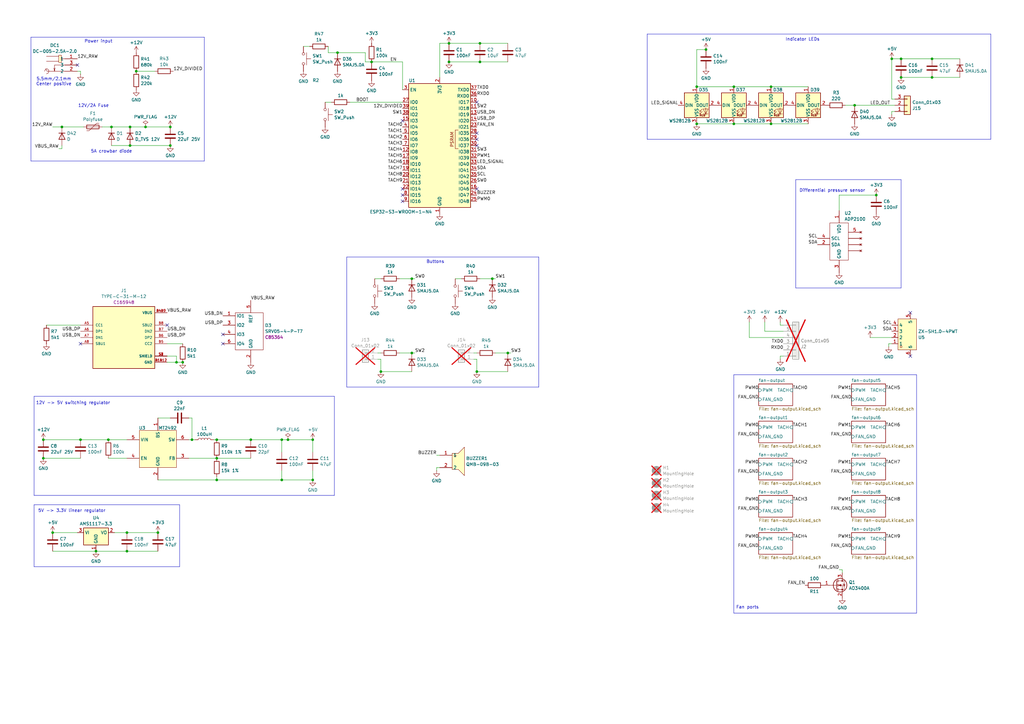
<source format=kicad_sch>
(kicad_sch (version 20231120) (generator "eeschema") (generator_version "8.0")
  (paper "A3")
  (junction (at 365.76 24.13))
  (junction (at 64.77 218.44))
  (junction (at 382.27 31.75))
  (junction (at 156.21 152.4))
  (junction (at 17.78 187.96))
  (junction (at 115.57 180.34))
  (junction (at 168.91 144.78))
  (junction (at 285.75 50.8))
  (junction (at 289.56 20.32))
  (junction (at 184.15 17.78))
  (junction (at 118.11 180.34))
  (junction (at 45.72 52.07))
  (junction (at 88.9 180.34))
  (junction (at 53.34 52.07))
  (junction (at 39.37 226.06))
  (junction (at 53.34 59.69))
  (junction (at 21.59 218.44))
  (junction (at 168.91 114.3))
  (junction (at 359.41 80.01))
  (junction (at 88.9 187.96))
  (junction (at 17.78 180.34))
  (junction (at 138.43 21.59))
  (junction (at 74.93 148.59))
  (junction (at 195.58 152.4))
  (junction (at 316.23 50.8))
  (junction (at 52.07 226.06))
  (junction (at 59.69 52.07))
  (junction (at 25.4 52.07))
  (junction (at 128.27 196.85))
  (junction (at 300.99 50.8))
  (junction (at 369.57 24.13))
  (junction (at 115.57 196.85))
  (junction (at 72.39 148.59))
  (junction (at 52.07 218.44))
  (junction (at 78.74 180.34))
  (junction (at 44.45 180.34))
  (junction (at 102.87 180.34))
  (junction (at 369.57 31.75))
  (junction (at 316.23 35.56))
  (junction (at 184.15 25.4))
  (junction (at 285.75 35.56))
  (junction (at 69.85 52.07))
  (junction (at 33.02 180.34))
  (junction (at 196.85 17.78))
  (junction (at 350.52 43.18))
  (junction (at 69.85 59.69))
  (junction (at 300.99 35.56))
  (junction (at 208.28 144.78))
  (junction (at 201.93 114.3))
  (junction (at 196.85 25.4))
  (junction (at 55.88 29.21))
  (junction (at 88.9 196.85))
  (junction (at 382.27 24.13))
  (junction (at 152.4 25.4))
  (junction (at 128.27 180.34))
  (no_connect (at 165.1 77.47))
  (no_connect (at 373.38 128.27))
  (no_connect (at 195.58 57.15))
  (no_connect (at 31.75 26.67))
  (no_connect (at 195.58 59.69))
  (no_connect (at 68.58 133.35))
  (no_connect (at 91.44 140.97))
  (no_connect (at 165.1 82.55))
  (no_connect (at 33.02 140.97))
  (no_connect (at 195.58 77.47))
  (no_connect (at 165.1 80.01))
  (no_connect (at 195.58 41.91))
  (no_connect (at 373.38 146.05))
  (no_connect (at 91.44 137.16))
  (no_connect (at 195.58 54.61))
  (no_connect (at 165.1 49.53))
  (wire (pts (xy 33.02 30.48) (xy 33.02 29.21)))
  (wire (pts (xy 33.02 180.34) (xy 44.45 180.34)))
  (wire (pts (xy 78.74 180.34) (xy 80.01 180.34)))
  (wire (pts (xy 156.21 152.4) (xy 156.21 147.32)))
  (wire (pts (xy 365.76 40.64) (xy 367.03 40.64)))
  (polyline (pts (xy 73.66 207.01) (xy 73.66 232.41)))
  (wire (pts (xy 195.58 147.32) (xy 194.31 147.32)))
  (wire (pts (xy 102.87 180.34) (xy 115.57 180.34)))
  (polyline (pts (xy 406.4 13.97) (xy 406.4 57.15)))
  (wire (pts (xy 21.59 226.06) (xy 39.37 226.06)))
  (wire (pts (xy 21.59 218.44) (xy 31.75 218.44)))
  (wire (pts (xy 364.49 140.97) (xy 365.76 140.97)))
  (wire (pts (xy 77.47 187.96) (xy 88.9 187.96)))
  (wire (pts (xy 344.17 233.68) (xy 345.44 233.68)))
  (wire (pts (xy 289.56 20.32) (xy 285.75 20.32)))
  (wire (pts (xy 77.47 171.45) (xy 78.74 171.45)))
  (wire (pts (xy 196.85 114.3) (xy 201.93 114.3)))
  (wire (pts (xy 300.99 50.8) (xy 316.23 50.8)))
  (wire (pts (xy 115.57 193.04) (xy 115.57 196.85)))
  (wire (pts (xy 17.78 180.34) (xy 33.02 180.34)))
  (wire (pts (xy 156.21 147.32) (xy 154.94 147.32)))
  (wire (pts (xy 138.43 21.59) (xy 149.86 21.59)))
  (wire (pts (xy 195.58 152.4) (xy 195.58 147.32)))
  (wire (pts (xy 209.55 144.78) (xy 208.28 144.78)))
  (wire (pts (xy 25.4 52.07) (xy 34.29 52.07)))
  (polyline (pts (xy 13.97 162.56) (xy 137.16 162.56)))
  (wire (pts (xy 300.99 35.56) (xy 316.23 35.56)))
  (wire (pts (xy 17.78 187.96) (xy 33.02 187.96)))
  (wire (pts (xy 170.18 144.78) (xy 168.91 144.78)))
  (wire (pts (xy 285.75 35.56) (xy 300.99 35.56)))
  (wire (pts (xy 186.69 114.3) (xy 189.23 114.3)))
  (wire (pts (xy 344.17 80.01) (xy 344.17 86.36)))
  (wire (pts (xy 64.77 196.85) (xy 88.9 196.85)))
  (wire (pts (xy 78.74 171.45) (xy 78.74 180.34)))
  (wire (pts (xy 321.31 138.43) (xy 307.34 138.43)))
  (polyline (pts (xy 83.82 15.24) (xy 83.82 66.04)))
  (polyline (pts (xy 142.24 105.41) (xy 142.24 158.75)))
  (polyline (pts (xy 369.57 73.66) (xy 369.57 118.11)))
  (wire (pts (xy 115.57 180.34) (xy 115.57 185.42)))
  (polyline (pts (xy 265.43 13.97) (xy 406.4 13.97)))
  (wire (pts (xy 163.83 144.78) (xy 168.91 144.78)))
  (wire (pts (xy 163.83 114.3) (xy 168.91 114.3)))
  (polyline (pts (xy 12.7 15.24) (xy 12.7 66.04)))
  (wire (pts (xy 365.76 45.72) (xy 367.03 45.72)))
  (wire (pts (xy 69.85 52.07) (xy 59.69 52.07)))
  (polyline (pts (xy 137.16 162.56) (xy 137.16 203.2)))
  (wire (pts (xy 285.75 20.32) (xy 285.75 35.56)))
  (polyline (pts (xy 326.39 73.66) (xy 326.39 118.11)))
  (wire (pts (xy 364.49 142.24) (xy 364.49 140.97)))
  (wire (pts (xy 45.72 59.69) (xy 53.34 59.69)))
  (wire (pts (xy 179.07 193.04) (xy 179.07 191.77)))
  (wire (pts (xy 350.52 43.18) (xy 367.03 43.18)))
  (polyline (pts (xy 13.97 207.01) (xy 73.66 207.01)))
  (polyline (pts (xy 12.7 15.24) (xy 83.82 15.24)))
  (wire (pts (xy 369.57 24.13) (xy 382.27 24.13)))
  (wire (pts (xy 180.34 17.78) (xy 180.34 31.75)))
  (wire (pts (xy 321.31 146.05) (xy 320.04 146.05)))
  (wire (pts (xy 59.69 52.07) (xy 53.34 52.07)))
  (wire (pts (xy 68.58 148.59) (xy 72.39 148.59)))
  (wire (pts (xy 320.04 133.35) (xy 321.31 133.35)))
  (wire (pts (xy 320.04 146.05) (xy 320.04 147.32)))
  (wire (pts (xy 39.37 226.06) (xy 52.07 226.06)))
  (polyline (pts (xy 326.39 73.66) (xy 369.57 73.66)))
  (wire (pts (xy 44.45 180.34) (xy 52.07 180.34)))
  (wire (pts (xy 72.39 148.59) (xy 74.93 148.59)))
  (wire (pts (xy 184.15 17.78) (xy 180.34 17.78)))
  (wire (pts (xy 68.58 140.97) (xy 74.93 140.97)))
  (polyline (pts (xy 220.98 105.41) (xy 220.98 158.75)))
  (wire (pts (xy 179.07 186.69) (xy 180.34 186.69)))
  (wire (pts (xy 72.39 146.05) (xy 72.39 148.59)))
  (wire (pts (xy 44.45 187.96) (xy 52.07 187.96)))
  (wire (pts (xy 134.62 21.59) (xy 134.62 19.05)))
  (wire (pts (xy 316.23 35.56) (xy 331.47 35.56)))
  (polyline (pts (xy 265.43 13.97) (xy 265.43 57.15)))
  (polyline (pts (xy 300.99 251.46) (xy 375.92 251.46)))
  (wire (pts (xy 313.69 135.89) (xy 321.31 135.89)))
  (wire (pts (xy 359.41 80.01) (xy 344.17 80.01)))
  (wire (pts (xy 143.51 41.91) (xy 165.1 41.91)))
  (wire (pts (xy 138.43 21.59) (xy 134.62 21.59)))
  (wire (pts (xy 55.88 29.21) (xy 63.5 29.21)))
  (wire (pts (xy 365.76 24.13) (xy 365.76 40.64)))
  (wire (pts (xy 170.18 114.3) (xy 168.91 114.3)))
  (wire (pts (xy 195.58 152.4) (xy 208.28 152.4)))
  (wire (pts (xy 88.9 187.96) (xy 102.87 187.96)))
  (wire (pts (xy 153.67 114.3) (xy 156.21 114.3)))
  (polyline (pts (xy 73.66 232.41) (xy 13.97 232.41)))
  (wire (pts (xy 316.23 50.8) (xy 331.47 50.8)))
  (wire (pts (xy 133.35 41.91) (xy 135.89 41.91)))
  (wire (pts (xy 64.77 171.45) (xy 69.85 171.45)))
  (wire (pts (xy 165.1 25.4) (xy 165.1 36.83)))
  (wire (pts (xy 46.99 218.44) (xy 52.07 218.44)))
  (wire (pts (xy 184.15 17.78) (xy 196.85 17.78)))
  (wire (pts (xy 345.44 233.68) (xy 345.44 234.95)))
  (wire (pts (xy 356.87 138.43) (xy 365.76 138.43)))
  (wire (pts (xy 149.86 25.4) (xy 152.4 25.4)))
  (wire (pts (xy 307.34 138.43) (xy 307.34 132.08)))
  (wire (pts (xy 320.04 132.08) (xy 320.04 133.35)))
  (polyline (pts (xy 406.4 57.15) (xy 265.43 57.15)))
  (polyline (pts (xy 375.92 251.46) (xy 375.92 153.67)))
  (wire (pts (xy 156.21 152.4) (xy 168.91 152.4)))
  (wire (pts (xy 285.75 50.8) (xy 300.99 50.8)))
  (wire (pts (xy 128.27 196.85) (xy 128.27 193.04)))
  (wire (pts (xy 369.57 31.75) (xy 382.27 31.75)))
  (wire (pts (xy 115.57 196.85) (xy 128.27 196.85)))
  (wire (pts (xy 19.05 133.35) (xy 33.02 133.35)))
  (wire (pts (xy 41.91 52.07) (xy 45.72 52.07)))
  (wire (pts (xy 25.4 60.96) (xy 25.4 59.69)))
  (wire (pts (xy 53.34 59.69) (xy 69.85 59.69)))
  (wire (pts (xy 313.69 132.08) (xy 313.69 135.89)))
  (wire (pts (xy 201.93 114.3) (xy 203.2 114.3)))
  (wire (pts (xy 152.4 25.4) (xy 165.1 25.4)))
  (wire (pts (xy 194.31 144.78) (xy 195.58 144.78)))
  (wire (pts (xy 52.07 226.06) (xy 64.77 226.06)))
  (wire (pts (xy 124.46 19.05) (xy 127 19.05)))
  (wire (pts (xy 382.27 24.13) (xy 393.7 24.13)))
  (polyline (pts (xy 137.16 203.2) (xy 13.97 203.2)))
  (wire (pts (xy 52.07 218.44) (xy 64.77 218.44)))
  (wire (pts (xy 21.59 52.07) (xy 25.4 52.07)))
  (wire (pts (xy 203.2 144.78) (xy 208.28 144.78)))
  (wire (pts (xy 24.13 60.96) (xy 25.4 60.96)))
  (wire (pts (xy 115.57 180.34) (xy 118.11 180.34)))
  (wire (pts (xy 184.15 25.4) (xy 196.85 25.4)))
  (wire (pts (xy 196.85 25.4) (xy 208.28 25.4)))
  (wire (pts (xy 365.76 24.13) (xy 369.57 24.13)))
  (wire (pts (xy 128.27 180.34) (xy 128.27 185.42)))
  (wire (pts (xy 77.47 180.34) (xy 78.74 180.34)))
  (polyline (pts (xy 369.57 118.11) (xy 326.39 118.11)))
  (wire (pts (xy 365.76 46.99) (xy 365.76 45.72)))
  (wire (pts (xy 196.85 17.78) (xy 208.28 17.78)))
  (polyline (pts (xy 375.92 153.67) (xy 300.99 153.67)))
  (wire (pts (xy 346.71 43.18) (xy 350.52 43.18)))
  (wire (pts (xy 87.63 180.34) (xy 88.9 180.34)))
  (wire (pts (xy 115.57 196.85) (xy 88.9 196.85)))
  (polyline (pts (xy 300.99 153.67) (xy 300.99 251.46)))
  (wire (pts (xy 118.11 180.34) (xy 128.27 180.34)))
  (polyline (pts (xy 220.98 158.75) (xy 142.24 158.75)))
  (wire (pts (xy 45.72 52.07) (xy 53.34 52.07)))
  (polyline (pts (xy 83.82 66.04) (xy 12.7 66.04)))
  (wire (pts (xy 154.94 144.78) (xy 156.21 144.78)))
  (wire (pts (xy 149.86 21.59) (xy 149.86 25.4)))
  (polyline (pts (xy 142.24 105.41) (xy 220.98 105.41)))
  (wire (pts (xy 382.27 31.75) (xy 393.7 31.75)))
  (polyline (pts (xy 13.97 207.01) (xy 13.97 232.41)))
  (polyline (pts (xy 13.97 162.56) (xy 13.97 203.2)))
  (wire (pts (xy 68.58 146.05) (xy 72.39 146.05)))
  (wire (pts (xy 33.02 29.21) (xy 31.75 29.21)))
  (wire (pts (xy 88.9 195.58) (xy 88.9 196.85)))
  (wire (pts (xy 88.9 180.34) (xy 102.87 180.34)))
  (wire (pts (xy 179.07 191.77) (xy 180.34 191.77)))
  (text "Power input" (at 40.386 17.018 0) (effects (font (size 1.27 1.27))))
  (text "Fan ports" (at 306.578 249.174 0) (effects (font (size 1.27 1.27))))
  (text "5.5mm/2.1mm\nCenter positive" (at 22.098 33.528 0) (effects (font (size 1.27 1.27))))
  (text "Differential pressure sensor" (at 341.376 78.232 0) (effects (font (size 1.27 1.27))))
  (text "5V -> 3.3V linear regulator" (at 29.464 209.55 0) (effects (font (size 1.27 1.27))))
  (text "12V -> 5V switching regulator" (at 29.972 165.354 0) (effects (font (size 1.27 1.27))))
  (text "5A crowbar diode" (at 45.7104 62.166 0) (effects (font (size 1.27 1.27))))
  (text "12V/2A Fuse" (at 38.354 43.434 0) (effects (font (size 1.27 1.27))))
  (text "Indicator LEDs" (at 329.184 16.256 0) (effects (font (size 1.27 1.27))))
  (text "Buttons" (at 178.562 107.442 0) (effects (font (size 1.27 1.27))))
  (label "TACH0" (at 325.12 160.02 0))
  (label "VBUS_RAW" (at 24.13 60.96 180))
  (label "TACH0" (at 165.1 52.07 180))
  (label "FAN_GND" (at 311.15 163.83 180))
  (label "SW1" (at 165.1 46.99 180))
  (label "TACH3" (at 165.1 59.69 180))
  (label "PWM0" (at 311.15 175.26 180))
  (label "PWM0" (at 311.15 220.98 180))
  (label "SW3" (at 209.55 144.78 0))
  (label "SDA" (at 195.58 69.85 0))
  (label "SCL" (at 195.58 72.39 0))
  (label "LED_SIGNAL" (at 195.58 67.31 0))
  (label "EN" (at 160.02 25.4 0))
  (label "USB_DN" (at 33.02 138.43 180))
  (label "FAN_GND" (at 311.15 179.07 180))
  (label "USB_DN" (at 91.44 129.54 180))
  (label "FAN_GND" (at 311.15 194.31 180))
  (label "TXD0" (at 195.58 36.83 0))
  (label "TACH6" (at 363.22 175.26 0))
  (label "TACH9" (at 363.22 220.98 0))
  (label "FAN_EN" (at 195.58 52.07 0))
  (label "TACH5" (at 165.1 64.77 180))
  (label "TACH2" (at 325.12 190.5 0))
  (label "SW2" (at 170.18 144.78 0))
  (label "USB_DP" (at 195.58 49.53 0))
  (label "12V_RAW" (at 31.75 24.13 0))
  (label "PWM1" (at 349.25 175.26 180))
  (label "TACH4" (at 325.12 220.98 0))
  (label "SDA" (at 335.28 100.33 180))
  (label "SCL" (at 365.76 133.35 180))
  (label "12V_DIVIDED" (at 71.12 29.21 0))
  (label "TACH1" (at 165.1 54.61 180))
  (label "RXD0" (at 195.58 39.37 0))
  (label "TACH8" (at 165.1 72.39 180))
  (label "PWM1" (at 349.25 160.02 180))
  (label "TACH2" (at 165.1 57.15 180))
  (label "TACH5" (at 363.22 160.02 0))
  (label "PWM1" (at 349.25 190.5 180))
  (label "SDA" (at 365.76 135.89 180))
  (label "USB_DP" (at 68.58 138.43 0))
  (label "12V_DIVIDED" (at 165.1 44.45 180))
  (label "TXD0" (at 321.31 140.97 180))
  (label "FAN_EN" (at 330.2 240.03 180))
  (label "VBUS_RAW" (at 102.87 123.19 0))
  (label "TACH4" (at 165.1 62.23 180))
  (label "TACH8" (at 363.22 205.74 0))
  (label "FAN_GND" (at 349.25 163.83 180))
  (label "PWM1" (at 195.58 64.77 0))
  (label "BOOT" (at 146.05 41.91 0))
  (label "TACH7" (at 363.22 190.5 0))
  (label "VBUS_RAW" (at 68.58 128.27 0))
  (label "TACH3" (at 325.12 205.74 0))
  (label "BUZZER" (at 179.07 186.69 180))
  (label "FAN_GND" (at 349.25 179.07 180))
  (label "TACH6" (at 165.1 67.31 180))
  (label "USB_DN" (at 68.58 135.89 0))
  (label "PWM0" (at 195.58 82.55 0))
  (label "SCL" (at 335.28 97.79 180))
  (label "TACH9" (at 165.1 74.93 180))
  (label "RXD0" (at 321.31 143.51 180))
  (label "PWM1" (at 349.25 220.98 180))
  (label "FAN_GND" (at 349.25 194.31 180))
  (label "PWM1" (at 349.25 205.74 180))
  (label "USB_DP" (at 91.44 133.35 180))
  (label "FAN_GND" (at 311.15 209.55 180))
  (label "LED_OUT" (at 356.87 43.18 0))
  (label "USB_DP" (at 33.02 135.89 180))
  (label "TACH1" (at 325.12 175.26 0))
  (label "PWM0" (at 311.15 190.5 180))
  (label "SW0" (at 170.18 114.3 0))
  (label "FAN_GND" (at 349.25 209.55 180))
  (label "PWM0" (at 311.15 160.02 180))
  (label "SW1" (at 203.2 114.3 0))
  (label "12V_RAW" (at 21.59 52.07 180))
  (label "SW2" (at 195.58 44.45 0))
  (label "SW0" (at 195.58 74.93 0))
  (label "BUZZER" (at 195.58 80.01 0))
  (label "SW3" (at 195.58 62.23 0))
  (label "FAN_GND" (at 311.15 224.79 180))
  (label "TACH7" (at 165.1 69.85 180))
  (label "FAN_GND" (at 349.25 224.79 180))
  (label "PWM0" (at 311.15 205.74 180))
  (label "LED_SIGNAL" (at 278.13 43.18 180))
  (label "USB_DN" (at 195.58 46.99 0))
  (label "FAN_GND" (at 344.17 233.68 180))
  (symbol (lib_id "power:GND") (at 128.27 196.85 0) (unit 1)
    (property "Reference" "#PWR020" (effects (hide yes)))
    (property "Value" "GND" (at 128.27 200.9831 0))
    (property "Description" "Power symbol creates a global label with name \"GND\" , ground" (effects (hide yes)))
  )
  (symbol (lib_id "power:GND") (at 102.87 148.59 0) (unit 1)
    (property "Reference" "#PWR023" (effects (hide yes)))
    (property "Value" "GND" (at 102.87 152.7231 0))
    (property "Description" "Power symbol creates a global label with name \"GND\" , ground" (effects (hide yes)))
  )
  (symbol (lib_id "power:+12V") (at 69.85 52.07 0) (unit 1)
    (property "Reference" "#PWR09" (effects (hide yes)))
    (property "Value" "+12V" (at 69.85 47.9369 0))
    (property "Description" "Power symbol creates a global label with name \"+12V\"" (effects (hide yes)))
  )
  (symbol (lib_id "power:GND") (at 195.58 152.4 0) (unit 1)
    (property "Reference" "#PWR066" (effects (hide yes)))
    (property "Value" "GND" (at 195.58 156.5331 0))
    (property "Description" "Power symbol creates a global label with name \"GND\" , ground" (effects (hide yes)))
  )
  (symbol (lib_id "Device:R") (at 88.9 184.15 0) (unit 1)
    (property "Reference" "R9" (at 90.678 182.9378 0) (effects (justify left)))
    (property "Value" "110k 1%" (at 90.678 185.3621 0) (effects (justify left)))
    (property "Footprint" "Resistor_SMD:R_0402_1005Metric" (effects (hide yes)))
    (property "Description" "Resistor" (effects (hide yes)))
    (property "LCSC" "C25745" (effects (hide yes)))
  )
  (symbol (lib_id "Device:D") (at 393.7 27.94 270) (unit 1)
    (property "Reference" "D41" (at 395.732 26.7278 90) (effects (justify left)))
    (property "Value" "SMAJ5.0A" (at 395.732 29.1521 90) (effects (justify left)))
    (property "Footprint" "Diode_SMD:D_SMA" (effects (hide yes)))
    (property "Description" "Diode" (effects (hide yes)))
    (property "Sim.Device" "D" (effects (hide yes)))
    (property "Sim.Pins" "1=K 2=A" (effects (hide yes)))
    (property "MPN" "SMAJ5.0A" (effects (hide yes)))
    (property "LCSC" "C113952" (effects (hide yes)))
  )
  (symbol (lib_id "Device:R") (at 55.88 33.02 0) (unit 1)
    (property "Reference" "R42" (at 57.658 31.8078 0) (effects (justify left)))
    (property "Value" "220k" (at 57.658 34.2321 0) (effects (justify left)))
    (property "Footprint" "Resistor_SMD:R_0402_1005Metric" (effects (hide yes)))
    (property "Description" "Resistor" (effects (hide yes)))
    (property "LCSC" "C25767" (effects (hide yes)))
  )
  (symbol (lib_id "Transistor_FET:AO3400A") (at 342.9 240.03 0) (unit 1)
    (property "Reference" "Q1" (at 348.107 238.8178 0) (effects (justify left)))
    (property "Value" "AO3400A" (at 348.107 241.2421 0) (effects (justify left)))
    (property "Footprint" "Package_TO_SOT_SMD:SOT-23" (effects (hide yes)))
    (property "Datasheet" "http://www.aosmd.com/pdfs/datasheet/AO3400A.pdf" (effects (hide yes)))
    (property "Description" "30V Vds, 5.7A Id, N-Channel MOSFET, SOT-23" (effects (hide yes)))
    (property "LCSC" "C20917" (effects (hide yes)))
  )
  (symbol (lib_id "power:GND") (at 289.56 27.94 0) (unit 1)
    (property "Reference" "#PWR077" (effects (hide yes)))
    (property "Value" "GND" (at 289.56 32.0731 0))
    (property "Description" "Power symbol creates a global label with name \"GND\" , ground" (effects (hide yes)))
  )
  (symbol (lib_id "Connector_Generic:Conn_01x02") (at 189.23 147.32 180) (unit 1) (dnp yes)
    (property "Reference" "J14" (at 189.23 139.3655 0))
    (property "Value" "Conn_01x02" (at 189.23 141.7898 0))
    (property "Footprint" "Connector_PinHeader_2.54mm:PinHeader_1x02_P2.54mm_Vertical" (effects (hide yes)))
    (property "Description" "Generic connector, single row, 01x02, script generated (kicad-library-utils/schlib/autogen/connector/)" (effects (hide yes)))
  )
  (symbol (lib_id "power:GND") (at 186.69 124.46 0) (unit 1)
    (property "Reference" "#PWR027" (effects (hide yes)))
    (property "Value" "GND" (at 186.69 128.5931 0))
    (property "Description" "Power symbol creates a global label with name \"GND\" , ground" (effects (hide yes)))
  )
  (symbol (lib_id "power:+3V3") (at 152.4 17.78 0) (unit 1)
    (property "Reference" "#PWR04" (effects (hide yes)))
    (property "Value" "+3V3" (at 152.4 13.6469 0))
    (property "Description" "Power symbol creates a global label with name \"+3V3\"" (effects (hide yes)))
  )
  (symbol (lib_id "Mechanical:MountingHole") (at 269.24 208.28 0) (unit 1) (exclude_from_sim yes) (in_bom no) (dnp yes)
    (property "Reference" "H4" (at 271.78 207.0678 0) (effects (justify left)))
    (property "Value" "MountingHole" (at 271.78 209.4921 0) (effects (justify left)))
    (property "Footprint" "MountingHole:MountingHole_3.2mm_M3_ISO7380" (effects (hide yes)))
    (property "Description" "Mounting Hole without connection" (effects (hide yes)))
  )
  (symbol (lib_id "power:GND") (at 153.67 124.46 0) (unit 1)
    (property "Reference" "#PWR061" (effects (hide yes)))
    (property "Value" "GND" (at 153.67 128.5931 0))
    (property "Description" "Power symbol creates a global label with name \"GND\" , ground" (effects (hide yes)))
  )
  (symbol (lib_id "Connector_Generic:Conn_01x03") (at 372.11 43.18 0) (mirror x) (unit 1)
    (property "Reference" "J15" (at 374.142 44.3922 0) (effects (justify left)))
    (property "Value" "Conn_01x03" (at 374.142 41.9679 0) (effects (justify left)))
    (property "Description" "Generic connector, single row, 01x03, script generated (kicad-library-utils/schlib/autogen/connector/)" (effects (hide yes)))
  )
  (symbol (lib_id "power:+5V") (at 21.59 218.44 0) (unit 1)
    (property "Reference" "#PWR040" (effects (hide yes)))
    (property "Value" "+5V" (at 21.59 214.3069 0))
    (property "Description" "Power symbol creates a global label with name \"+5V\"" (effects (hide yes)))
  )
  (symbol (lib_id "power:GND") (at 180.34 87.63 0) (unit 1)
    (property "Reference" "#PWR02" (effects (hide yes)))
    (property "Value" "GND" (at 180.34 91.7631 0))
    (property "Description" "Power symbol creates a global label with name \"GND\" , ground" (effects (hide yes)))
  )
  (symbol (lib_id "Device:R") (at 55.88 25.4 0) (unit 1)
    (property "Reference" "R41" (at 57.658 24.1878 0) (effects (justify left)))
    (property "Value" "680k" (at 57.658 26.6121 0) (effects (justify left)))
    (property "Footprint" "Resistor_SMD:R_0402_1005Metric" (effects (hide yes)))
    (property "Description" "Resistor" (effects (hide yes)))
    (property "LCSC" "C4131" (effects (hide yes)))
  )
  (symbol (lib_id "power:GND") (at 69.85 59.69 0) (unit 1)
    (property "Reference" "#PWR010" (effects (hide yes)))
    (property "Value" "GND" (at 69.85 63.8231 0))
    (property "Description" "Power symbol creates a global label with name \"GND\" , ground" (effects (hide yes)))
  )
  (symbol (lib_id "power:GND") (at 365.76 46.99 0) (unit 1)
    (property "Reference" "#PWR012" (effects (hide yes)))
    (property "Value" "GND" (at 365.76 51.1231 0))
    (property "Description" "Power symbol creates a global label with name \"GND\" , ground" (effects (hide yes)))
  )
  (symbol (lib_id "Homebrew:ZX-SH1.0-4PWT") (at 370.84 135.89 0) (mirror x) (unit 1)
    (property "Reference" "U5" (at 376.555 138.3722 0) (effects (justify left)))
    (property "Value" "ZX-SH1.0-4PWT" (at 376.555 135.9479 0) (effects (justify left)))
    (property "Footprint" "easyeda2kicad:CONN-SMD_4P-P1.00_MEGASTAR_ZX-SH1.0-4PWT" (effects (hide yes)))
    (property "LCSC Part" "C7430446" (effects (hide yes)))
    (property "LCSC" "C7430446" (effects (hide yes)))
  )
  (symbol (lib_id "Device:R") (at 74.93 144.78 0) (unit 1)
    (property "Reference" "R10" (at 76.708 143.5678 0) (effects (justify left)))
    (property "Value" "5k1" (at 76.708 145.9921 0) (effects (justify left)))
    (property "Footprint" "Resistor_SMD:R_0402_1005Metric" (effects (hide yes)))
    (property "Description" "Resistor" (effects (hide yes)))
    (property "LCSC" "C25905" (effects (hide yes)))
  )
  (symbol (lib_id "power:GND") (at 168.91 121.92 0) (unit 1)
    (property "Reference" "#PWR08" (effects (hide yes)))
    (property "Value" "GND" (at 168.91 126.0531 0))
    (property "Description" "Power symbol creates a global label with name \"GND\" , ground" (effects (hide yes)))
  )
  (symbol (lib_id "Device:R") (at 44.45 184.15 0) (unit 1)
    (property "Reference" "R6" (at 46.228 182.9378 0) (effects (justify left)))
    (property "Value" "100k" (at 46.228 185.3621 0) (effects (justify left)))
    (property "Footprint" "Resistor_SMD:R_0402_1005Metric" (effects (hide yes)))
    (property "Description" "Resistor" (effects (hide yes)))
    (property "LCSC" "C25741" (effects (hide yes)))
  )
  (symbol (lib_id "power:GND") (at 285.75 50.8 0) (unit 1)
    (property "Reference" "#PWR076" (effects (hide yes)))
    (property "Value" "GND" (at 285.75 54.9331 0))
    (property "Description" "Power symbol creates a global label with name \"GND\" , ground" (effects (hide yes)))
  )
  (symbol (lib_id "power:GND") (at 39.37 226.06 0) (unit 1)
    (property "Reference" "#PWR016" (effects (hide yes)))
    (property "Value" "GND" (at 39.37 230.1931 0))
    (property "Description" "Power symbol creates a global label with name \"GND\" , ground" (effects (hide yes)))
  )
  (symbol (lib_id "Device:D") (at 208.28 148.59 270) (unit 1)
    (property "Reference" "D34" (at 210.312 147.3778 90) (effects (justify left)))
    (property "Value" "SMAJ5.0A" (at 210.312 149.8021 90) (effects (justify left)))
    (property "Footprint" "Diode_SMD:D_SMA" (effects (hide yes)))
    (property "Description" "Diode" (effects (hide yes)))
    (property "Sim.Device" "D" (effects (hide yes)))
    (property "Sim.Pins" "1=K 2=A" (effects (hide yes)))
    (property "MPN" "SMAJ5.0A" (effects (hide yes)))
    (property "LCSC" "C113952" (effects (hide yes)))
  )
  (symbol (lib_id "Device:R") (at 67.31 29.21 90) (unit 1)
    (property "Reference" "R43" (at 67.31 24.0495 90))
    (property "Value" "10k" (at 67.31 26.4738 90))
    (property "Footprint" "Resistor_SMD:R_0402_1005Metric" (effects (hide yes)))
    (property "Description" "Resistor" (effects (hide yes)))
    (property "LCSC" "C25744" (effects (hide yes)))
  )
  (symbol (lib_id "power:GND") (at 33.02 30.48 0) (unit 1)
    (property "Reference" "#PWR022" (effects (hide yes)))
    (property "Value" "GND" (at 33.02 34.6131 0))
    (property "Description" "Power symbol creates a global label with name \"GND\" , ground" (effects (hide yes)))
  )
  (symbol (lib_id "Homebrew:QMB-09B-03") (at 185.42 189.23 0) (unit 1)
    (property "Reference" "BUZZER1" (at 191.135 188.0178 0) (effects (justify left)))
    (property "Value" "QMB-09B-03" (at 191.135 190.4421 0) (effects (justify left)))
    (property "Footprint" "Homebrew:BUZ-TH_BD9.0-P4.00-D0.6-FD" (effects (hide yes)))
    (property "Datasheet" "https://lcsc.com/product-detail/Buzzers_BuzzersQMB-09B-03_C96256.html" (effects (hide yes)))
    (property "LCSC" "C96256" (effects (hide yes)))
  )
  (symbol (lib_id "Device:R") (at 139.7 41.91 90) (unit 1)
    (property "Reference" "R2" (at 129.54 32.9395 90))
    (property "Value" "1k" (at 139.7 39.1738 90))
    (property "Footprint" "Resistor_SMD:R_0402_1005Metric" (effects (hide yes)))
    (property "Description" "Resistor" (effects (hide yes)))
    (property "LCSC" "C11702" (effects (hide yes)))
  )
  (symbol (lib_id "Device:D") (at 53.34 55.88 270) (unit 1)
    (property "Reference" "D2" (at 55.372 54.6678 90) (effects (justify left)))
    (property "Value" "D_TVS 12V" (at 55.372 57.0921 90) (effects (justify left)))
    (property "Footprint" "Diode_SMD:D_SMA" (effects (hide yes)))
    (property "Description" "Diode" (effects (hide yes)))
    (property "Sim.Device" "D" (effects (hide yes)))
    (property "Sim.Pins" "1=K 2=A" (effects (hide yes)))
    (property "MPN" "SMAJ12A-E3/61" (effects (hide yes)))
    (property "LCSC" "C89613" (effects (hide yes)))
  )
  (symbol (lib_id "Device:C") (at 52.07 222.25 0) (unit 1)
    (property "Reference" "C18" (at 54.991 221.0378 0) (effects (justify left)))
    (property "Value" "100nF" (at 54.991 223.4621 0) (effects (justify left)))
    (property "Footprint" "Capacitor_SMD:C_0402_1005Metric" (effects (hide yes)))
    (property "Description" "Unpolarized capacitor" (effects (hide yes)))
    (property "LCSC" "C307331" (effects (hide yes)))
  )
  (symbol (lib_id "Switch:SW_Push") (at 186.69 119.38 270) (unit 1)
    (property "Reference" "SW4" (at 190.373 118.1678 90) (effects (justify left)))
    (property "Value" "SW_Push" (at 190.373 120.5921 90) (effects (justify left)))
    (property "Footprint" "Homebrew:SW_TACTILE_5.1MM_TS-1187A-C-D-B" (effects (hide yes)))
    (property "Description" "Push button switch, generic, two pins" (effects (hide yes)))
    (property "LCSC" "C318884" (effects (hide yes)))
  )
  (symbol (lib_id "power:GND") (at 74.93 148.59 0) (unit 1)
    (property "Reference" "#PWR025" (effects (hide yes)))
    (property "Value" "GND" (at 74.93 152.7231 0))
    (property "Description" "Power symbol creates a global label with name \"GND\" , ground" (effects (hide yes)))
  )
  (symbol (lib_id "Device:C") (at 73.66 171.45 90) (unit 1)
    (property "Reference" "C9" (at 73.66 165.1465 90))
    (property "Value" "22nF" (at 73.66 167.5708 90))
    (property "Footprint" "Capacitor_SMD:C_0402_1005Metric" (effects (hide yes)))
    (property "Description" "Unpolarized capacitor" (effects (hide yes)))
    (property "LCSC" "C1532" (effects (hide yes)))
  )
  (symbol (lib_id "Homebrew:DC-005-2.5A-2.0") (at 26.67 26.67 0) (unit 1)
    (property "Reference" "DC1" (at 22.48 18.5925 0))
    (property "Value" "DC-005-2.5A-2.0" (at 22.48 21.0168 0))
    (property "Footprint" "Homebrew:CONN-TH_DC-005-2.5A-2.0" (effects (hide yes)))
    (property "Datasheet" "https://lcsc.com/product-detail/Power-Connectors_XKB-Enterprise-DC-005-2-5A-2-0_C319099.html" (effects (hide yes)))
    (property "LCSC" "C319099" (effects (hide yes)))
  )
  (symbol (lib_id "power:+12V") (at 17.78 180.34 0) (unit 1)
    (property "Reference" "#PWR018" (effects (hide yes)))
    (property "Value" "+12V" (at 17.78 176.2069 0))
    (property "Description" "Power symbol creates a global label with name \"+12V\"" (effects (hide yes)))
  )
  (symbol (lib_id "power:+5V") (at 365.76 24.13 0) (unit 1)
    (property "Reference" "#PWR074" (effects (hide yes)))
    (property "Value" "+5V" (at 365.76 19.9969 0))
    (property "Description" "Power symbol creates a global label with name \"+5V\"" (effects (hide yes)))
  )
  (symbol (lib_id "LED:WS2812B") (at 316.23 43.18 0) (unit 1)
    (property "Reference" "D38" (at 319.024 36.83 0))
    (property "Value" "WS2812B" (at 309.372 49.53 0))
    (property "Footprint" "Homebrew:LED-SMD_4P-L1.6-W1.5_XL-1615RGBC-WS2812B" (effects (hide yes)))
    (property "Datasheet" "https://cdn-shop.adafruit.com/datasheets/WS2812B.pdf" (effects (hide yes)))
    (property "Description" "RGB LED with integrated controller" (effects (hide yes)))
    (property "LCSC" "C965555" (effects (hide yes)))
  )
  (symbol (lib_id "Switch:SW_Push") (at 124.46 24.13 270) (unit 1)
    (property "Reference" "SW1" (at 128.143 22.9178 90) (effects (justify left)))
    (property "Value" "SW_Push" (at 128.143 25.3421 90) (effects (justify left)))
    (property "Footprint" "Homebrew:SW_TACTILE_5.1MM_TS-1187A-C-D-B" (effects (hide yes)))
    (property "Description" "Push button switch, generic, two pins" (effects (hide yes)))
    (property "LCSC" "C318884" (effects (hide yes)))
  )
  (symbol (lib_id "power:+12V") (at 55.88 21.59 0) (unit 1)
    (property "Reference" "#PWR063" (effects (hide yes)))
    (property "Value" "+12V" (at 55.88 17.4569 0))
    (property "Description" "Power symbol creates a global label with name \"+12V\"" (effects (hide yes)))
  )
  (symbol (lib_id "power:GND") (at 345.44 245.11 0) (unit 1)
    (property "Reference" "#PWR011" (effects (hide yes)))
    (property "Value" "GND" (at 345.44 249.2431 0))
    (property "Description" "Power symbol creates a global label with name \"GND\" , ground" (effects (hide yes)))
  )
  (symbol (lib_id "Device:R") (at 199.39 144.78 90) (unit 1)
    (property "Reference" "R45" (at 199.39 139.6195 90))
    (property "Value" "1k" (at 199.39 142.0438 90))
    (property "Footprint" "Resistor_SMD:R_0402_1005Metric" (effects (hide yes)))
    (property "Description" "Resistor" (effects (hide yes)))
    (property "LCSC" "C11702" (effects (hide yes)))
  )
  (symbol (lib_id "Homebrew:TYPE-C-31-M-12") (at 50.8 138.43 0) (unit 1)
    (property "Reference" "J1" (at 50.8 119.1613 0))
    (property "Value" "TYPE-C-31-M-12" (at 50.8 121.5856 0))
    (property "Footprint" "Homebrew:HRO_TYPE-C-31-M-12" (effects (hide yes)))
    (property "MAXIMUM_PACKAGE_HEIGHT" "3.31mm" (effects (hide yes)))
    (property "STANDARD" "Manufacturer Recommendations" (effects (hide yes)))
    (property "PARTREV" "A" (effects (hide yes)))
    (property "MANUFACTURER" "HRO Electronics" (effects (hide yes)))
    (property "LCSC" "C165948" (at 50.8 124.0099 0))
  )
  (symbol (lib_id "power:+3V3") (at 359.41 80.01 0) (unit 1)
    (property "Reference" "#PWR013" (effects (hide yes)))
    (property "Value" "+3V3" (at 359.41 75.8769 0))
    (property "Description" "Power symbol creates a global label with name \"+3V3\"" (effects (hide yes)))
  )
  (symbol (lib_id "LED:WS2812B") (at 285.75 43.18 0) (unit 1)
    (property "Reference" "D35" (at 288.544 36.83 0))
    (property "Value" "WS2812B" (at 278.892 49.53 0))
    (property "Footprint" "Homebrew:LED-SMD_4P-L1.6-W1.5_XL-1615RGBC-WS2812B" (effects (hide yes)))
    (property "Datasheet" "https://cdn-shop.adafruit.com/datasheets/WS2812B.pdf" (effects (hide yes)))
    (property "Description" "RGB LED with integrated controller" (effects (hide yes)))
    (property "LCSC" "C965555" (effects (hide yes)))
  )
  (symbol (lib_id "power:+3V3") (at 356.87 138.43 0) (unit 1)
    (property "Reference" "#PWR037" (effects (hide yes)))
    (property "Value" "+3V3" (at 356.87 134.2969 0))
    (property "Description" "Power symbol creates a global label with name \"+3V3\"" (effects (hide yes)))
  )
  (symbol (lib_id "Device:D") (at 168.91 148.59 270) (unit 1)
    (property "Reference" "D33" (at 170.942 147.3778 90) (effects (justify left)))
    (property "Value" "SMAJ5.0A" (at 170.942 149.8021 90) (effects (justify left)))
    (property "Footprint" "Diode_SMD:D_SMA" (effects (hide yes)))
    (property "Description" "Diode" (effects (hide yes)))
    (property "Sim.Device" "D" (effects (hide yes)))
    (property "Sim.Pins" "1=K 2=A" (effects (hide yes)))
    (property "MPN" "SMAJ5.0A" (effects (hide yes)))
    (property "LCSC" "C113952" (effects (hide yes)))
  )
  (symbol (lib_id "power:GND") (at 179.07 193.04 0) (unit 1)
    (property "Reference" "#PWR069" (effects (hide yes)))
    (property "Value" "GND" (at 179.07 197.1731 0))
    (property "Description" "Power symbol creates a global label with name \"GND\" , ground" (effects (hide yes)))
  )
  (symbol (lib_id "Device:D") (at 25.4 55.88 270) (unit 1)
    (property "Reference" "D42" (at 27.432 54.6678 90) (effects (justify left)))
    (property "Value" "D" (at 27.432 57.0921 90) (effects (justify left)))
    (property "Footprint" "Diode_SMD:D_SMA" (effects (hide yes)))
    (property "Description" "Diode" (effects (hide yes)))
    (property "Sim.Device" "D" (effects (hide yes)))
    (property "Sim.Pins" "1=K 2=A" (effects (hide yes)))
    (property "LCSC" "C22452" (effects (hide yes)))
    (property "MPN" "SS54" (effects (hide yes)))
  )
  (symbol (lib_id "power:GND") (at 156.21 152.4 0) (unit 1)
    (property "Reference" "#PWR065" (effects (hide yes)))
    (property "Value" "GND" (at 156.21 156.5331 0))
    (property "Description" "Power symbol creates a global label with name \"GND\" , ground" (effects (hide yes)))
  )
  (symbol (lib_id "power:PWR_FLAG") (at 118.11 180.34 0) (unit 1)
    (property "Reference" "#FLG02" (effects (hide yes)))
    (property "Value" "PWR_FLAG" (at 118.11 176.2069 0))
    (property "Description" "Special symbol for telling ERC where power comes from" (effects (hide yes)))
  )
  (symbol (lib_id "power:+3V3") (at 307.34 132.08 0) (unit 1)
    (property "Reference" "#PWR071" (effects (hide yes)))
    (property "Value" "+3V3" (at 307.34 127.9469 0))
    (property "Description" "Power symbol creates a global label with name \"+3V3\"" (effects (hide yes)))
  )
  (symbol (lib_id "Device:Polyfuse") (at 38.1 52.07 90) (unit 1)
    (property "Reference" "F1" (at 38.1 46.5285 90))
    (property "Value" "Polyfuse" (at 38.1 48.9528 90))
    (property "Footprint" "Fuse:Fuse_1812_4532Metric" (effects (hide yes)))
    (property "Description" "Resettable fuse, polymeric positive temperature coefficient" (effects (hide yes)))
    (property "LCSC" "C315901" (effects (hide yes)))
    (property "MPN" "1812L200/12DR" (effects (hide yes)))
  )
  (symbol (lib_id "Device:R") (at 19.05 137.16 0) (unit 1)
    (property "Reference" "R7" (at 20.828 135.9478 0) (effects (justify left)))
    (property "Value" "5k1" (at 20.828 138.3721 0) (effects (justify left)))
    (property "Footprint" "Resistor_SMD:R_0402_1005Metric" (effects (hide yes)))
    (property "Description" "Resistor" (effects (hide yes)))
    (property "LCSC" "C25905" (effects (hide yes)))
  )
  (symbol (lib_id "Homebrew:SRV05-4-P-T7") (at 102.87 134.62 0) (unit 1)
    (property "Reference" "D3" (at 108.6612 133.4657 0) (effects (justify left)))
    (property "Value" "SRV05-4-P-T7" (at 108.6612 135.89 0) (effects (justify left)))
    (property "Footprint" "Package_TO_SOT_SMD:SOT-23-6" (effects (hide yes)))
    (property "Datasheet" "https://datasheet.lcsc.com/lcsc/1809192313_ProTek-Devices-SRV05-4-P-T7_C85364.pdf" (effects (hide yes)))
    (property "Description" "4-channel TVS diode with powerline protection, for USB" (effects (hide yes)))
    (property "LCSC" "C85364" (at 108.6612 138.3143 0) (effects (justify left)))
  )
  (symbol (lib_id "Device:C") (at 64.77 222.25 0) (unit 1)
    (property "Reference" "C17" (at 67.691 221.0378 0) (effects (justify left)))
    (property "Value" "47uF" (at 67.691 223.4621 0) (effects (justify left)))
    (property "Footprint" "Capacitor_SMD:C_1206_3216Metric" (effects (hide yes)))
    (property "Description" "Unpolarized capacitor" (effects (hide yes)))
    (property "LCSC" "C96123" (effects (hide yes)))
  )
  (symbol (lib_id "Device:R") (at 160.02 144.78 90) (unit 1)
    (property "Reference" "R44" (at 160.02 139.6195 90))
    (property "Value" "1k" (at 160.02 142.0438 90))
    (property "Footprint" "Resistor_SMD:R_0402_1005Metric" (effects (hide yes)))
    (property "Description" "Resistor" (effects (hide yes)))
    (property "LCSC" "C11702" (effects (hide yes)))
  )
  (symbol (lib_id "Device:D") (at 138.43 25.4 270) (unit 1)
    (property "Reference" "D36" (at 140.462 24.1878 90) (effects (justify left)))
    (property "Value" "SMAJ5.0A" (at 140.462 26.6121 90) (effects (justify left)))
    (property "Footprint" "Diode_SMD:D_SMA" (effects (hide yes)))
    (property "Description" "Diode" (effects (hide yes)))
    (property "Sim.Device" "D" (effects (hide yes)))
    (property "Sim.Pins" "1=K 2=A" (effects (hide yes)))
    (property "MPN" "SMAJ5.0A" (effects (hide yes)))
    (property "LCSC" "C113952" (effects (hide yes)))
  )
  (symbol (lib_id "power:+5V") (at 128.27 180.34 0) (unit 1)
    (property "Reference" "#PWR017" (effects (hide yes)))
    (property "Value" "+5V" (at 128.27 176.2069 0))
    (property "Description" "Power symbol creates a global label with name \"+5V\"" (effects (hide yes)))
  )
  (symbol (lib_id "Device:C") (at 69.85 55.88 0) (unit 1)
    (property "Reference" "C5" (at 72.771 54.6678 0) (effects (justify left)))
    (property "Value" "22uF 25V" (at 72.771 57.0921 0) (effects (justify left)))
    (property "Footprint" "Capacitor_SMD:C_1206_3216Metric" (effects (hide yes)))
    (property "Description" "Unpolarized capacitor" (effects (hide yes)))
    (property "LCSC" "C12891" (effects (hide yes)))
  )
  (symbol (lib_id "power:GND") (at 133.35 52.07 0) (unit 1)
    (property "Reference" "#PWR07" (effects (hide yes)))
    (property "Value" "GND" (at 133.35 56.2031 0))
    (property "Description" "Power symbol creates a global label with name \"GND\" , ground" (effects (hide yes)))
  )
  (symbol (lib_id "power:PWR_FLAG") (at 59.69 52.07 0) (unit 1)
    (property "Reference" "#FLG01" (effects (hide yes)))
    (property "Value" "PWR_FLAG" (at 59.69 47.9369 0))
    (property "Description" "Special symbol for telling ERC where power comes from" (effects (hide yes)))
  )
  (symbol (lib_id "Device:C") (at 102.87 184.15 180) (unit 1)
    (property "Reference" "C10" (at 105.791 182.9378 0) (effects (justify right)))
    (property "Value" "22pF" (at 105.791 185.3621 0) (effects (justify right)))
    (property "Footprint" "Capacitor_SMD:C_0402_1005Metric" (effects (hide yes)))
    (property "Description" "Unpolarized capacitor" (effects (hide yes)))
    (property "LCSC" "C1555" (effects (hide yes)))
  )
  (symbol (lib_id "power:GND") (at 55.88 36.83 0) (unit 1)
    (property "Reference" "#PWR064" (effects (hide yes)))
    (property "Value" "GND" (at 55.88 40.9631 0))
    (property "Description" "Power symbol creates a global label with name \"GND\" , ground" (effects (hide yes)))
  )
  (symbol (lib_id "Device:C") (at 115.57 189.23 0) (unit 1)
    (property "Reference" "C12" (at 118.491 188.0178 0) (effects (justify left)))
    (property "Value" "100nF" (at 118.491 190.4421 0) (effects (justify left)))
    (property "Footprint" "Capacitor_SMD:C_0402_1005Metric" (effects (hide yes)))
    (property "Description" "Unpolarized capacitor" (effects (hide yes)))
    (property "LCSC" "C307331" (effects (hide yes)))
  )
  (symbol (lib_id "Device:C") (at 21.59 222.25 0) (unit 1)
    (property "Reference" "C7" (at 24.511 221.0378 0) (effects (justify left)))
    (property "Value" "100nF" (at 24.511 223.4621 0) (effects (justify left)))
    (property "Footprint" "Capacitor_SMD:C_0402_1005Metric" (effects (hide yes)))
    (property "Description" "Unpolarized capacitor" (effects (hide yes)))
    (property "LCSC" "C307331" (effects (hide yes)))
  )
  (symbol (lib_id "power:GND") (at 359.41 87.63 0) (unit 1)
    (property "Reference" "#PWR014" (effects (hide yes)))
    (property "Value" "GND" (at 359.41 91.7631 0))
    (property "Description" "Power symbol creates a global label with name \"GND\" , ground" (effects (hide yes)))
  )
  (symbol (lib_id "power:GND") (at 152.4 33.02 0) (unit 1)
    (property "Reference" "#PWR05" (effects (hide yes)))
    (property "Value" "GND" (at 152.4 37.1531 0))
    (property "Description" "Power symbol creates a global label with name \"GND\" , ground" (effects (hide yes)))
  )
  (symbol (lib_id "power:GND") (at 369.57 31.75 0) (unit 1)
    (property "Reference" "#PWR078" (effects (hide yes)))
    (property "Value" "GND" (at 369.57 35.8831 0))
    (property "Description" "Power symbol creates a global label with name \"GND\" , ground" (effects (hide yes)))
  )
  (symbol (lib_id "Mechanical:MountingHole") (at 269.24 203.2 0) (unit 1) (exclude_from_sim yes) (in_bom no) (dnp yes)
    (property "Reference" "H3" (at 271.78 201.9878 0) (effects (justify left)))
    (property "Value" "MountingHole" (at 271.78 204.4121 0) (effects (justify left)))
    (property "Footprint" "MountingHole:MountingHole_3.2mm_M3_ISO7380" (effects (hide yes)))
    (property "Description" "Mounting Hole without connection" (effects (hide yes)))
  )
  (symbol (lib_id "power:GND") (at 17.78 187.96 0) (unit 1)
    (property "Reference" "#PWR019" (effects (hide yes)))
    (property "Value" "GND" (at 17.78 192.0931 0))
    (property "Description" "Power symbol creates a global label with name \"GND\" , ground" (effects (hide yes)))
  )
  (symbol (lib_id "LED:WS2812B") (at 331.47 43.18 0) (unit 1)
    (property "Reference" "D39" (at 334.264 36.83 0))
    (property "Value" "WS2812B" (at 324.612 49.53 0))
    (property "Footprint" "Homebrew:LED-SMD_4P-L1.6-W1.5_XL-1615RGBC-WS2812B" (effects (hide yes)))
    (property "Datasheet" "https://cdn-shop.adafruit.com/datasheets/WS2812B.pdf" (effects (hide yes)))
    (property "Description" "RGB LED with integrated controller" (effects (hide yes)))
    (property "LCSC" "C965555" (effects (hide yes)))
  )
  (symbol (lib_id "RF_Module:ESP32-S3-WROOM-1") (at 180.34 59.69 0) (unit 1)
    (property "Reference" "U1" (at 167.64 33.02 0) (effects (justify left)))
    (property "Value" "ESP32-S3-WROOM-1-N4" (at 151.638 86.868 0) (effects (justify left)))
    (property "Footprint" "RF_Module:ESP32-S3-WROOM-1" (effects (hide yes)))
    (property "Datasheet" "https://www.espressif.com/sites/default/files/documentation/esp32-s3-wroom-1_wroom-1u_datasheet_en.pdf" (effects (hide yes)))
    (property "Description" "RF Module, ESP32-S3 SoC, Wi-Fi 802.11b/g/n, Bluetooth, BLE, 32-bit, 3.3V, onboard antenna, SMD" (effects (hide yes)))
    (property "LCSC" "C2913197" (effects (hide yes)))
  )
  (symbol (lib_id "Switch:SW_Push") (at 153.67 119.38 270) (unit 1)
    (property "Reference" "SW3" (at 157.353 118.1678 90) (effects (justify left)))
    (property "Value" "SW_Push" (at 157.353 120.5921 90) (effects (justify left)))
    (property "Footprint" "Homebrew:SW_TACTILE_5.1MM_TS-1187A-C-D-B" (effects (hide yes)))
    (property "Description" "Push button switch, generic, two pins" (effects (hide yes)))
    (property "LCSC" "C318884" (effects (hide yes)))
  )
  (symbol (lib_id "Device:R") (at 152.4 21.59 0) (unit 1)
    (property "Reference" "R1" (at 154.178 20.3778 0) (effects (justify left)))
    (property "Value" "100k" (at 154.178 22.8021 0) (effects (justify left)))
    (property "Footprint" "Resistor_SMD:R_0402_1005Metric" (effects (hide yes)))
    (property "Description" "Resistor" (effects (hide yes)))
    (property "LCSC" "C25741" (effects (hide yes)))
  )
  (symbol (lib_id "Device:R") (at 334.01 240.03 90) (unit 1)
    (property "Reference" "R11" (at 334.01 242.57 90))
    (property "Value" "100" (at 334.01 237.2938 90))
    (property "Footprint" "Resistor_SMD:R_0402_1005Metric" (effects (hide yes)))
    (property "Description" "Resistor" (effects (hide yes)))
    (property "LCSC" "C25076" (effects (hide yes)))
  )
  (symbol (lib_id "power:+3V3") (at 64.77 218.44 0) (unit 1)
    (property "Reference" "#PWR021" (effects (hide yes)))
    (property "Value" "+3V3" (at 64.77 214.3069 0))
    (property "Description" "Power symbol creates a global label with name \"+3V3\"" (effects (hide yes)))
  )
  (symbol (lib_id "Device:D") (at 45.72 55.88 270) (unit 1)
    (property "Reference" "D1" (at 47.752 54.6678 90) (effects (justify left)))
    (property "Value" "D" (at 47.752 57.0921 90) (effects (justify left)))
    (property "Footprint" "Diode_SMD:D_SMA" (effects (hide yes)))
    (property "Description" "Diode" (effects (hide yes)))
    (property "Sim.Device" "D" (effects (hide yes)))
    (property "Sim.Pins" "1=K 2=A" (effects (hide yes)))
    (property "LCSC" "C22452" (effects (hide yes)))
    (property "MPN" "SS54" (effects (hide yes)))
  )
  (symbol (lib_id "Device:R") (at 88.9 191.77 180) (unit 1)
    (property "Reference" "R8" (at 90.678 190.5578 0) (effects (justify right)))
    (property "Value" "15k 1%" (at 90.678 192.9821 0) (effects (justify right)))
    (property "Footprint" "Resistor_SMD:R_0402_1005Metric" (effects (hide yes)))
    (property "Description" "Resistor" (effects (hide yes)))
    (property "LCSC" "C25756" (effects (hide yes)))
  )
  (symbol (lib_id "Mechanical:MountingHole") (at 269.24 193.04 0) (unit 1) (exclude_from_sim yes) (in_bom no) (dnp yes)
    (property "Reference" "H1" (at 271.78 191.8278 0) (effects (justify left)))
    (property "Value" "MountingHole" (at 271.78 194.2521 0) (effects (justify left)))
    (property "Footprint" "MountingHole:MountingHole_3.2mm_M3_ISO7380" (effects (hide yes)))
    (property "Description" "Mounting Hole without connection" (effects (hide yes)))
  )
  (symbol (lib_id "Device:C") (at 33.02 184.15 0) (unit 1)
    (property "Reference" "C13" (at 35.941 182.9378 0) (effects (justify left)))
    (property "Value" "100nF" (at 35.941 185.3621 0) (effects (justify left)))
    (property "Footprint" "Capacitor_SMD:C_0402_1005Metric" (effects (hide yes)))
    (property "Description" "Unpolarized capacitor" (effects (hide yes)))
    (property "LCSC" "C307331" (effects (hide yes)))
  )
  (symbol (lib_id "Device:C") (at 196.85 21.59 0) (unit 1)
    (property "Reference" "C2" (at 199.771 20.3778 0) (effects (justify left)))
    (property "Value" "10uF" (at 199.771 22.8021 0) (effects (justify left)))
    (property "Footprint" "Capacitor_SMD:C_0603_1608Metric" (effects (hide yes)))
    (property "Description" "Unpolarized capacitor" (effects (hide yes)))
    (property "LCSC" "C96446" (effects (hide yes)))
  )
  (symbol (lib_id "Device:C") (at 208.28 21.59 0) (unit 1)
    (property "Reference" "C3" (at 211.201 20.3778 0) (effects (justify left)))
    (property "Value" "47uF" (at 211.201 22.8021 0) (effects (justify left)))
    (property "Footprint" "Capacitor_SMD:C_1206_3216Metric" (effects (hide yes)))
    (property "Description" "Unpolarized capacitor" (effects (hide yes)))
    (property "LCSC" "C96123" (effects (hide yes)))
  )
  (symbol (lib_id "Mechanical:MountingHole") (at 269.24 198.12 0) (unit 1) (exclude_from_sim yes) (in_bom no) (dnp yes)
    (property "Reference" "H2" (at 271.78 196.9078 0) (effects (justify left)))
    (property "Value" "MountingHole" (at 271.78 199.3321 0) (effects (justify left)))
    (property "Footprint" "MountingHole:MountingHole_3.2mm_M3_ISO7380" (effects (hide yes)))
    (property "Description" "Mounting Hole without connection" (effects (hide yes)))
  )
  (symbol (lib_id "Regulator_Linear:AMS1117-3.3") (at 39.37 218.44 0) (unit 1)
    (property "Reference" "U4" (at 39.37 212.3905 0))
    (property "Value" "AMS1117-3.3" (at 39.37 214.8148 0))
    (property "Footprint" "Package_TO_SOT_SMD:SOT-223-3_TabPin2" (effects (hide yes)))
    (property "Datasheet" "http://www.advanced-monolithic.com/pdf/ds1117.pdf" (effects (hide yes)))
    (property "Description" "1A Low Dropout regulator, positive, 3.3V fixed output, SOT-223" (effects (hide yes)))
    (property "LCSC" "C6186" (effects (hide yes)))
  )
  (symbol (lib_id "power:+3V3") (at 184.15 17.78 0) (unit 1)
    (property "Reference" "#PWR01" (effects (hide yes)))
    (property "Value" "+3V3" (at 184.15 13.6469 0))
    (property "Description" "Power symbol creates a global label with name \"+3V3\"" (effects (hide yes)))
  )
  (symbol (lib_id "power:GND") (at 184.15 25.4 0) (unit 1)
    (property "Reference" "#PWR03" (effects (hide yes)))
    (property "Value" "GND" (at 184.15 29.5331 0))
    (property "Description" "Power symbol creates a global label with name \"GND\" , ground" (effects (hide yes)))
  )
  (symbol (lib_id "Device:L") (at 83.82 180.34 90) (unit 1)
    (property "Reference" "L1" (at 83.82 175.6902 90))
    (property "Value" "100uH" (at 83.82 178.1145 90))
    (property "Footprint" "Inductor_SMD:L_Sunlord_SWPA8040S" (effects (hide yes)))
    (property "Description" "Inductor" (effects (hide yes)))
    (property "MPN" "SWPA8065S101MT" (effects (hide yes)))
    (property "LCSC" "C334254" (effects (hide yes)))
  )
  (symbol (lib_id "Homebrew:MT2492") (at 64.77 184.15 0) (unit 1)
    (property "Reference" "U3" (at 56.896 175.514 0) (effects (justify left)))
    (property "Value" "MT2492" (at 65.024 175.514 0) (effects (justify left)))
    (property "Footprint" "Homebrew:SOT-23-6_L2.9-W1.6-P0.95-LS2.8-BL" (effects (hide yes)))
    (property "Datasheet" "https://lcsc.com/product-detail/DC-DC-Converters_MT2492_C89358.html" (effects (hide yes)))
    (property "LCSC" "C89358" (effects (hide yes)))
  )
  (symbol (lib_id "Device:D") (at 350.52 46.99 270) (unit 1)
    (property "Reference" "D40" (at 352.552 45.7778 90) (effects (justify left)))
    (property "Value" "SMAJ5.0A" (at 352.552 48.2021 90) (effects (justify left)))
    (property "Footprint" "Diode_SMD:D_SMA" (effects (hide yes)))
    (property "Description" "Diode" (effects (hide yes)))
    (property "Sim.Device" "D" (effects (hide yes)))
    (property "Sim.Pins" "1=K 2=A" (effects (hide yes)))
    (property "MPN" "SMAJ5.0A" (effects (hide yes)))
    (property "LCSC" "C113952" (effects (hide yes)))
  )
  (symbol (lib_id "power:GND") (at 350.52 50.8 0) (unit 1)
    (property "Reference" "#PWR079" (effects (hide yes)))
    (property "Value" "GND" (at 350.52 54.9331 0))
    (property "Description" "Power symbol creates a global label with name \"GND\" , ground" (effects (hide yes)))
  )
  (symbol (lib_id "Homebrew:ADP2100") (at 344.17 99.06 0) (unit 1)
    (property "Reference" "U2" (at 346.3641 87.4225 0) (effects (justify left)))
    (property "Value" "ADP2100" (at 346.3641 89.8468 0) (effects (justify left)))
    (property "Datasheet" "https://micronika.ru/upload/iblock/d03/ky33hrzrszlnmbmiyfqta85cqqrkyhtl.pdf" (effects (hide yes)))
    (property "Description" "Differential pressure sensor -500~500 Pa, 3.3v" (effects (hide yes)))
    (property "LCSC" "C3012652" (effects (hide yes)))
  )
  (symbol (lib_id "Device:C") (at 184.15 21.59 0) (unit 1)
    (property "Reference" "C1" (at 187.071 20.3778 0) (effects (justify left)))
    (property "Value" "100nF" (at 187.071 22.8021 0) (effects (justify left)))
    (property "Footprint" "Capacitor_SMD:C_0402_1005Metric" (effects (hide yes)))
    (property "Description" "Unpolarized capacitor" (effects (hide yes)))
    (property "LCSC" "C307331" (effects (hide yes)))
  )
  (symbol (lib_id "power:GND") (at 201.93 121.92 0) (unit 1)
    (property "Reference" "#PWR062" (effects (hide yes)))
    (property "Value" "GND" (at 201.93 126.0531 0))
    (property "Description" "Power symbol creates a global label with name \"GND\" , ground" (effects (hide yes)))
  )
  (symbol (lib_id "power:+12V") (at 320.04 132.08 0) (unit 1)
    (property "Reference" "#PWR072" (effects (hide yes)))
    (property "Value" "+12V" (at 320.04 127.9469 0))
    (property "Description" "Power symbol creates a global label with name \"+12V\"" (effects (hide yes)))
  )
  (symbol (lib_id "Device:D") (at 201.93 118.11 270) (unit 1)
    (property "Reference" "D32" (at 203.962 116.8978 90) (effects (justify left)))
    (property "Value" "SMAJ5.0A" (at 203.962 119.3221 90) (effects (justify left)))
    (property "Footprint" "Diode_SMD:D_SMA" (effects (hide yes)))
    (property "Description" "Diode" (effects (hide yes)))
    (property "Sim.Device" "D" (effects (hide yes)))
    (property "Sim.Pins" "1=K 2=A" (effects (hide yes)))
    (property "MPN" "SMAJ5.0A" (effects (hide yes)))
    (property "LCSC" "C113952" (effects (hide yes)))
  )
  (symbol (lib_id "Device:R") (at 342.9 43.18 90) (unit 1)
    (property "Reference" "R3" (at 342.9 38.0195 90))
    (property "Value" "220" (at 342.9 40.4438 90))
    (property "Footprint" "Resistor_SMD:R_0603_1608Metric_Pad0.98x0.95mm_HandSolder" (effects (hide yes)))
    (property "Description" "Resistor" (effects (hide yes)))
    (property "LCSC" "C22962" (effects (hide yes)))
  )
  (symbol (lib_id "power:GND") (at 320.04 147.32 0) (unit 1)
    (property "Reference" "#PWR070" (effects (hide yes)))
    (property "Value" "GND" (at 320.04 151.4531 0))
    (property "Description" "Power symbol creates a global label with name \"GND\" , ground" (effects (hide yes)))
  )
  (symbol (lib_id "Connector_Generic:Conn_01x06") (at 326.39 140.97 0) (mirror x) (unit 1) (dnp yes)
    (property "Reference" "J2" (at 328.422 142.1822 0) (effects (justify left)))
    (property "Value" "Conn_01x05" (at 328.422 139.7579 0) (effects (justify left)))
    (property "Footprint" "Connector_PinHeader_2.54mm:PinHeader_1x05_P2.54mm_Vertical" (effects (hide yes)))
    (property "Description" "Generic connector, single row, 01x06, script generated (kicad-library-utils/schlib/autogen/connector/)" (effects (hide yes)))
  )
  (symbol (lib_id "Device:D") (at 168.91 118.11 270) (unit 1)
    (property "Reference" "D31" (at 170.942 116.8978 90) (effects (justify left)))
    (property "Value" "SMAJ5.0A" (at 170.942 119.3221 90) (effects (justify left)))
    (property "Footprint" "Diode_SMD:D_SMA" (effects (hide yes)))
    (property "Description" "Diode" (effects (hide yes)))
    (property "Sim.Device" "D" (effects (hide yes)))
    (property "Sim.Pins" "1=K 2=A" (effects (hide yes)))
    (property "MPN" "SMAJ5.0A" (effects (hide yes)))
    (property "LCSC" "C113952" (effects (hide yes)))
  )
  (symbol (lib_id "power:GND") (at 124.46 29.21 0) (unit 1)
    (property "Reference" "#PWR06" (effects (hide yes)))
    (property "Value" "GND" (at 124.46 33.3431 0))
    (property "Description" "Power symbol creates a global label with name \"GND\" , ground" (effects (hide yes)))
  )
  (symbol (lib_id "power:GND") (at 344.17 111.76 0) (unit 1)
    (property "Reference" "#PWR015" (effects (hide yes)))
    (property "Value" "GND" (at 344.17 115.8931 0))
    (property "Description" "Power symbol creates a global label with name \"GND\" , ground" (effects (hide yes)))
  )
  (symbol (lib_id "Device:C") (at 369.57 27.94 0) (unit 1)
    (property "Reference" "C16" (at 372.491 26.7278 0) (effects (justify left)))
    (property "Value" "100nF" (at 372.491 29.1521 0) (effects (justify left)))
    (property "Footprint" "Capacitor_SMD:C_0402_1005Metric" (effects (hide yes)))
    (property "Description" "Unpolarized capacitor" (effects (hide yes)))
    (property "LCSC" "C307331" (effects (hide yes)))
  )
  (symbol (lib_id "LED:WS2812B") (at 300.99 43.18 0) (unit 1)
    (property "Reference" "D37" (at 303.784 36.83 0))
    (property "Value" "WS2812B" (at 294.132 49.53 0))
    (property "Footprint" "Homebrew:LED-SMD_4P-L1.6-W1.5_XL-1615RGBC-WS2812B" (effects (hide yes)))
    (property "Datasheet" "https://cdn-shop.adafruit.com/datasheets/WS2812B.pdf" (effects (hide yes)))
    (property "Description" "RGB LED with integrated controller" (effects (hide yes)))
    (property "LCSC" "C965555" (effects (hide yes)))
  )
  (symbol (lib_id "Device:R") (at 193.04 114.3 90) (unit 1)
    (property "Reference" "R40" (at 193.04 109.1395 90))
    (property "Value" "1k" (at 193.04 111.5638 90))
    (property "Footprint" "Resistor_SMD:R_0402_1005Metric" (effects (hide yes)))
    (property "Description" "Resistor" (effects (hide yes)))
    (property "LCSC" "C11702" (effects (hide yes)))
  )
  (symbol (lib_id "Switch:SW_Push") (at 133.35 46.99 270) (unit 1)
    (property "Reference" "SW2" (at 137.033 45.7778 90) (effects (justify left)))
    (property "Value" "SW_Push" (at 137.033 48.2021 90) (effects (justify left)))
    (property "Footprint" "Homebrew:SW_TACTILE_5.1MM_TS-1187A-C-D-B" (effects (hide yes)))
    (property "Description" "Push button switch, generic, two pins" (effects (hide yes)))
    (property "LCSC" "C318884" (effects (hide yes)))
  )
  (symbol (lib_id "Connector_Generic:Conn_01x02") (at 149.86 147.32 180) (unit 1) (dnp yes)
    (property "Reference" "J13" (at 149.86 139.3655 0))
    (property "Value" "Conn_01x02" (at 149.86 141.7898 0))
    (property "Footprint" "Connector_PinHeader_2.54mm:PinHeader_1x02_P2.54mm_Vertical" (effects (hide yes)))
    (property "Description" "Generic connector, single row, 01x02, script generated (kicad-library-utils/schlib/autogen/connector/)" (effects (hide yes)))
  )
  (symbol (lib_id "power:GND") (at 364.49 142.24 0) (unit 1)
    (property "Reference" "#PWR036" (effects (hide yes)))
    (property "Value" "GND" (at 364.49 146.3731 0))
    (property "Description" "Power symbol creates a global label with name \"GND\" , ground" (effects (hide yes)))
  )
  (symbol (lib_id "Device:C") (at 17.78 184.15 0) (unit 1)
    (property "Reference" "C8" (at 20.701 182.9378 0) (effects (justify left)))
    (property "Value" "22uF 25V" (at 20.701 185.3621 0) (effects (justify left)))
    (property "Footprint" "Capacitor_SMD:C_1206_3216Metric" (effects (hide yes)))
    (property "Description" "Unpolarized capacitor" (effects (hide yes)))
    (property "LCSC" "C12891" (effects (hide yes)))
  )
  (symbol (lib_id "Device:C") (at 359.41 83.82 0) (unit 1)
    (property "Reference" "C6" (at 362.331 82.6078 0) (effects (justify left)))
    (property "Value" "100nF" (at 362.331 85.0321 0) (effects (justify left)))
    (property "Footprint" "Capacitor_SMD:C_0402_1005Metric" (effects (hide yes)))
    (property "Description" "Unpolarized capacitor" (effects (hide yes)))
    (property "LCSC" "C307331" (effects (hide yes)))
  )
  (symbol (lib_id "Device:C") (at 382.27 27.94 0) (unit 1)
    (property "Reference" "C15" (at 385.191 26.7278 0) (effects (justify left)))
    (property "Value" "47uF" (at 385.191 29.1521 0) (effects (justify left)))
    (property "Footprint" "Capacitor_SMD:C_1206_3216Metric" (effects (hide yes)))
    (property "Description" "Unpolarized capacitor" (effects (hide yes)))
    (property "LCSC" "C96123" (effects (hide yes)))
  )
  (symbol (lib_id "power:+5V") (at 289.56 20.32 0) (unit 1)
    (property "Reference" "#PWR075" (effects (hide yes)))
    (property "Value" "+5V" (at 289.56 16.1869 0))
    (property "Description" "Power symbol creates a global label with name \"+5V\"" (effects (hide yes)))
  )
  (symbol (lib_id "Device:C") (at 128.27 189.23 0) (unit 1)
    (property "Reference" "C11" (at 131.191 188.0178 0) (effects (justify left)))
    (property "Value" "47uF" (at 131.191 190.4421 0) (effects (justify left)))
    (property "Footprint" "Capacitor_SMD:C_1206_3216Metric" (effects (hide yes)))
    (property "Description" "Unpolarized capacitor" (effects (hide yes)))
    (property "LCSC" "C96123" (effects (hide yes)))
  )
  (symbol (lib_id "power:+5V") (at 313.69 132.08 0) (unit 1)
    (property "Reference" "#PWR033" (effects (hide yes)))
    (property "Value" "+5V" (at 313.69 127.9469 0))
    (property "Description" "Power symbol creates a global label with name \"+5V\"" (effects (hide yes)))
  )
  (symbol (lib_id "Device:R") (at 130.81 19.05 90) (unit 1)
    (property "Reference" "R47" (at 130.81 13.8895 90))
    (property "Value" "1k" (at 130.81 16.3138 90))
    (property "Footprint" "Resistor_SMD:R_0402_1005Metric" (effects (hide yes)))
    (property "Description" "Resistor" (effects (hide yes)))
    (property "LCSC" "C11702" (effects (hide yes)))
  )
  (symbol (lib_id "power:GND") (at 138.43 29.21 0) (unit 1)
    (property "Reference" "#PWR073" (effects (hide yes)))
    (property "Value" "GND" (at 138.43 33.3431 0))
    (property "Description" "Power symbol creates a global label with name \"GND\" , ground" (effects (hide yes)))
  )
  (symbol (lib_id "power:GND") (at 19.05 140.97 0) (unit 1)
    (property "Reference" "#PWR024" (effects (hide yes)))
    (property "Value" "GND" (at 19.05 145.1031 0))
    (property "Description" "Power symbol creates a global label with name \"GND\" , ground" (effects (hide yes)))
  )
  (symbol (lib_id "Device:R") (at 160.02 114.3 90) (unit 1)
    (property "Reference" "R39" (at 160.02 109.1395 90))
    (property "Value" "1k" (at 160.02 111.5638 90))
    (property "Footprint" "Resistor_SMD:R_0402_1005Metric" (effects (hide yes)))
    (property "Description" "Resistor" (effects (hide yes)))
    (property "LCSC" "C11702" (effects (hide yes)))
  )
  (symbol (lib_id "Device:C") (at 152.4 29.21 0) (unit 1)
    (property "Reference" "C4" (at 155.321 27.9978 0) (effects (justify left)))
    (property "Value" "100nF" (at 155.321 30.4221 0) (effects (justify left)))
    (property "Footprint" "Capacitor_SMD:C_0402_1005Metric" (effects (hide yes)))
    (property "Description" "Unpolarized capacitor" (effects (hide yes)))
    (property "LCSC" "C307331" (effects (hide yes)))
  )
  (symbol (lib_id "Device:C") (at 289.56 24.13 0) (unit 1)
    (property "Reference" "C14" (at 292.481 22.9178 0) (effects (justify left)))
    (property "Value" "100nF" (at 292.481 25.3421 0) (effects (justify left)))
    (property "Footprint" "Capacitor_SMD:C_0402_1005Metric" (effects (hide yes)))
    (property "Description" "Unpolarized capacitor" (effects (hide yes)))
    (property "LCSC" "C307331" (effects (hide yes)))
  )
  (sheet (at 349.25 157.48) (size 13.97 8.89) (stroke (width 0.1524))
    (property "Sheetname" "fan-output5" (at 349.25 156.7684 0) (effects (justify left bottom)))
    (property "Sheetfile" "fan-output.kicad_sch" (at 349.25 166.9546 0) (effects (justify left top)))
    (pin "TACH" input (at 363.22 160.02 0))
    (pin "PWM" input (at 349.25 160.02 180))
    (pin "FAN_GND" input (at 349.25 163.83 180))
  )
  (sheet (at 311.15 218.44) (size 13.97 8.89) (stroke (width 0.1524))
    (property "Sheetname" "fan-output4" (at 311.15 217.7284 0) (effects (justify left bottom)))
    (property "Sheetfile" "fan-output.kicad_sch" (at 311.15 227.9146 0) (effects (justify left top)))
    (pin "TACH" input (at 325.12 220.98 0))
    (pin "PWM" input (at 311.15 220.98 180))
    (pin "FAN_GND" input (at 311.15 224.79 180))
  )
  (sheet (at 311.15 203.2) (size 13.97 8.89) (stroke (width 0.1524))
    (property "Sheetname" "fan-output3" (at 311.15 202.4884 0) (effects (justify left bottom)))
    (property "Sheetfile" "fan-output.kicad_sch" (at 311.15 212.6746 0) (effects (justify left top)))
    (pin "TACH" input (at 325.12 205.74 0))
    (pin "PWM" input (at 311.15 205.74 180))
    (pin "FAN_GND" input (at 311.15 209.55 180))
  )
  (sheet (at 349.25 187.96) (size 13.97 8.89) (stroke (width 0.1524))
    (property "Sheetname" "fan-output7" (at 349.25 187.2484 0) (effects (justify left bottom)))
    (property "Sheetfile" "fan-output.kicad_sch" (at 349.25 197.4346 0) (effects (justify left top)))
    (pin "TACH" input (at 363.22 190.5 0))
    (pin "PWM" input (at 349.25 190.5 180))
    (pin "FAN_GND" input (at 349.25 194.31 180))
  )
  (sheet (at 349.25 218.44) (size 13.97 8.89) (stroke (width 0.1524))
    (property "Sheetname" "fan-output9" (at 349.25 217.7284 0) (effects (justify left bottom)))
    (property "Sheetfile" "fan-output.kicad_sch" (at 349.25 227.9146 0) (effects (justify left top)))
    (pin "TACH" input (at 363.22 220.98 0))
    (pin "PWM" input (at 349.25 220.98 180))
    (pin "FAN_GND" input (at 349.25 224.79 180))
  )
  (sheet (at 311.15 187.96) (size 13.97 8.89) (stroke (width 0.1524))
    (property "Sheetname" "fan-output2" (at 311.15 187.2484 0) (effects (justify left bottom)))
    (property "Sheetfile" "fan-output.kicad_sch" (at 311.15 197.4346 0) (effects (justify left top)))
    (pin "TACH" input (at 325.12 190.5 0))
    (pin "PWM" input (at 311.15 190.5 180))
    (pin "FAN_GND" input (at 311.15 194.31 180))
  )
  (sheet (at 311.15 172.72) (size 13.97 8.89) (stroke (width 0.1524))
    (property "Sheetname" "fan-output1" (at 311.15 172.0084 0) (effects (justify left bottom)))
    (property "Sheetfile" "fan-output.kicad_sch" (at 311.15 182.1946 0) (effects (justify left top)))
    (pin "TACH" input (at 325.12 175.26 0))
    (pin "PWM" input (at 311.15 175.26 180))
    (pin "FAN_GND" input (at 311.15 179.07 180))
  )
  (sheet (at 311.15 157.48) (size 13.97 8.89) (stroke (width 0.1524))
    (property "Sheetname" "fan-output" (at 311.15 156.7684 0) (effects (justify left bottom)))
    (property "Sheetfile" "fan-output.kicad_sch" (at 311.15 166.9546 0) (effects (justify left top)))
    (pin "TACH" input (at 325.12 160.02 0))
    (pin "PWM" input (at 311.15 160.02 180))
    (pin "FAN_GND" input (at 311.15 163.83 180))
  )
  (sheet (at 349.25 203.2) (size 13.97 8.89) (stroke (width 0.1524))
    (property "Sheetname" "fan-output8" (at 349.25 202.4884 0) (effects (justify left bottom)))
    (property "Sheetfile" "fan-output.kicad_sch" (at 349.25 212.6746 0) (effects (justify left top)))
    (pin "TACH" input (at 363.22 205.74 0))
    (pin "PWM" input (at 349.25 205.74 180))
    (pin "FAN_GND" input (at 349.25 209.55 180))
  )
  (sheet (at 349.25 172.72) (size 13.97 8.89) (stroke (width 0.1524))
    (property "Sheetname" "fan-output6" (at 349.25 172.0084 0) (effects (justify left bottom)))
    (property "Sheetfile" "fan-output.kicad_sch" (at 349.25 182.1946 0) (effects (justify left top)))
    (pin "TACH" input (at 363.22 175.26 0))
    (pin "PWM" input (at 349.25 175.26 180))
    (pin "FAN_GND" input (at 349.25 179.07 180))
  )
)
</source>
